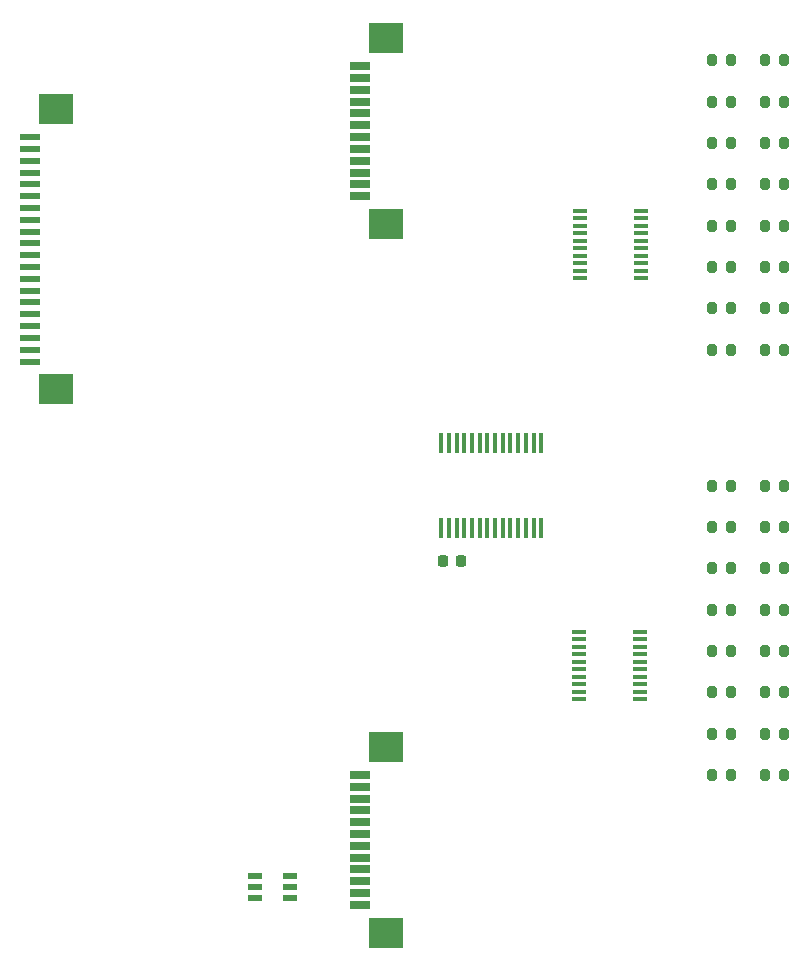
<source format=gbr>
%TF.GenerationSoftware,KiCad,Pcbnew,9.0.2*%
%TF.CreationDate,2025-06-28T19:08:47+03:00*%
%TF.ProjectId,PMCNV-DI16sink,504d434e-562d-4444-9931-3673696e6b2e,rev?*%
%TF.SameCoordinates,Original*%
%TF.FileFunction,Paste,Top*%
%TF.FilePolarity,Positive*%
%FSLAX46Y46*%
G04 Gerber Fmt 4.6, Leading zero omitted, Abs format (unit mm)*
G04 Created by KiCad (PCBNEW 9.0.2) date 2025-06-28 19:08:47*
%MOMM*%
%LPD*%
G01*
G04 APERTURE LIST*
G04 Aperture macros list*
%AMRoundRect*
0 Rectangle with rounded corners*
0 $1 Rounding radius*
0 $2 $3 $4 $5 $6 $7 $8 $9 X,Y pos of 4 corners*
0 Add a 4 corners polygon primitive as box body*
4,1,4,$2,$3,$4,$5,$6,$7,$8,$9,$2,$3,0*
0 Add four circle primitives for the rounded corners*
1,1,$1+$1,$2,$3*
1,1,$1+$1,$4,$5*
1,1,$1+$1,$6,$7*
1,1,$1+$1,$8,$9*
0 Add four rect primitives between the rounded corners*
20,1,$1+$1,$2,$3,$4,$5,0*
20,1,$1+$1,$4,$5,$6,$7,0*
20,1,$1+$1,$6,$7,$8,$9,0*
20,1,$1+$1,$8,$9,$2,$3,0*%
G04 Aperture macros list end*
%ADD10R,3.000000X2.600000*%
%ADD11R,1.800000X0.600000*%
%ADD12RoundRect,0.200000X-0.200000X-0.275000X0.200000X-0.275000X0.200000X0.275000X-0.200000X0.275000X0*%
%ADD13R,1.181100X0.558800*%
%ADD14R,1.200000X0.400000*%
%ADD15RoundRect,0.225000X0.225000X0.250000X-0.225000X0.250000X-0.225000X-0.250000X0.225000X-0.250000X0*%
%ADD16R,0.431800X1.655601*%
%ADD17R,1.803400X0.635000*%
%ADD18R,2.997200X2.590800*%
G04 APERTURE END LIST*
D10*
%TO.C,JM1*%
X-34375000Y31850000D03*
X-34375000Y8150000D03*
D11*
X-36546000Y29500000D03*
X-36546000Y28500000D03*
X-36546000Y27500000D03*
X-36546000Y26500000D03*
X-36546000Y25500000D03*
X-36546000Y24500000D03*
X-36546000Y23500000D03*
X-36546000Y22500000D03*
X-36546000Y21500000D03*
X-36546000Y20500000D03*
X-36546000Y19500000D03*
X-36546000Y18500000D03*
X-36546000Y17500000D03*
X-36546000Y16500000D03*
X-36546000Y15500000D03*
X-36546000Y14500000D03*
X-36546000Y13500000D03*
X-36546000Y12500000D03*
X-36546000Y11500000D03*
X-36546000Y10500000D03*
%TD*%
D12*
%TO.C,R31*%
X25675000Y-21000000D03*
X27325000Y-21000000D03*
%TD*%
D13*
%TO.C,U4*%
X-17466850Y-33049999D03*
X-17466850Y-34000000D03*
X-17466850Y-34950001D03*
X-14533150Y-34950001D03*
X-14533150Y-34000000D03*
X-14533150Y-33049999D03*
%TD*%
D12*
%TO.C,R16*%
X25675000Y11500000D03*
X27325000Y11500000D03*
%TD*%
%TO.C,R13*%
X21175000Y15000000D03*
X22825000Y15000000D03*
%TD*%
%TO.C,R18*%
X21175000Y-3500000D03*
X22825000Y-3500000D03*
%TD*%
%TO.C,R28*%
X25675000Y-10500000D03*
X27325000Y-10500000D03*
%TD*%
D14*
%TO.C,U5*%
X15200000Y17550000D03*
X15200000Y18185000D03*
X15200000Y18820000D03*
X15200000Y19455000D03*
X15200000Y20090000D03*
X15200000Y20725000D03*
X15200000Y21360000D03*
X15200000Y21995000D03*
X15200000Y22630000D03*
X15200000Y23265000D03*
X10000000Y23265000D03*
X10000000Y22630000D03*
X10000000Y21995000D03*
X10000000Y21360000D03*
X10000000Y20725000D03*
X10000000Y20090000D03*
X10000000Y19455000D03*
X10000000Y18820000D03*
X10000000Y18185000D03*
X10000000Y17550000D03*
%TD*%
D12*
%TO.C,R4*%
X25675000Y32500000D03*
X27325000Y32500000D03*
%TD*%
%TO.C,R24*%
X21175000Y-24500000D03*
X22825000Y-24500000D03*
%TD*%
%TO.C,R23*%
X21175000Y-21000000D03*
X22825000Y-21000000D03*
%TD*%
%TO.C,R11*%
X21175000Y18500000D03*
X22825000Y18500000D03*
%TD*%
%TO.C,R2*%
X25675000Y36000000D03*
X27325000Y36000000D03*
%TD*%
D15*
%TO.C,C1*%
X-20000Y-6350000D03*
X-1570000Y-6350000D03*
%TD*%
D12*
%TO.C,R20*%
X21175000Y-10500000D03*
X22825000Y-10500000D03*
%TD*%
D16*
%TO.C,U1*%
X6745000Y3627801D03*
X6094999Y3627801D03*
X5445000Y3627801D03*
X4794999Y3627801D03*
X4145001Y3627801D03*
X3494999Y3627801D03*
X2845001Y3627801D03*
X2195002Y3627801D03*
X1545001Y3627801D03*
X895002Y3627801D03*
X245001Y3627801D03*
X-404998Y3627801D03*
X-1054999Y3627801D03*
X-1704998Y3627801D03*
X-1705000Y-3627801D03*
X-1054999Y-3627801D03*
X-405000Y-3627801D03*
X245001Y-3627801D03*
X894999Y-3627801D03*
X1545001Y-3627801D03*
X2194999Y-3627801D03*
X2845001Y-3627801D03*
X3494999Y-3627801D03*
X4145001Y-3627801D03*
X4794999Y-3627801D03*
X5445000Y-3627801D03*
X6094999Y-3627801D03*
X6745000Y-3627801D03*
%TD*%
D12*
%TO.C,R5*%
X21175000Y29000000D03*
X22825000Y29000000D03*
%TD*%
D17*
%TO.C,J12*%
X-8556000Y24500008D03*
X-8556000Y25500006D03*
X-8556000Y26500004D03*
X-8556000Y27500002D03*
X-8556000Y28500000D03*
X-8556000Y29500000D03*
X-8556000Y30500000D03*
X-8556000Y31500000D03*
X-8556000Y32499998D03*
X-8556000Y33499996D03*
X-8556000Y34499994D03*
X-8556000Y35499992D03*
D18*
X-6385999Y22149997D03*
X-6385999Y37850003D03*
%TD*%
D12*
%TO.C,R3*%
X21175000Y32500000D03*
X22825000Y32500000D03*
%TD*%
%TO.C,R26*%
X25675000Y-3500000D03*
X27325000Y-3500000D03*
%TD*%
%TO.C,R7*%
X21175000Y25500000D03*
X22825000Y25500000D03*
%TD*%
%TO.C,R17*%
X21175000Y0D03*
X22825000Y0D03*
%TD*%
%TO.C,R32*%
X25675000Y-24500000D03*
X27325000Y-24500000D03*
%TD*%
%TO.C,R8*%
X25675000Y25500000D03*
X27325000Y25500000D03*
%TD*%
%TO.C,R30*%
X25675000Y-17500000D03*
X27325000Y-17500000D03*
%TD*%
%TO.C,R6*%
X25675000Y29000000D03*
X27325000Y29000000D03*
%TD*%
%TO.C,R1*%
X21175000Y36000000D03*
X22825000Y36000000D03*
%TD*%
%TO.C,R22*%
X21175000Y-17500000D03*
X22825000Y-17500000D03*
%TD*%
D17*
%TO.C,J2*%
X-8556000Y-35499992D03*
X-8556000Y-34499994D03*
X-8556000Y-33499996D03*
X-8556000Y-32499998D03*
X-8556000Y-31500000D03*
X-8556000Y-30500000D03*
X-8556000Y-29500000D03*
X-8556000Y-28500000D03*
X-8556000Y-27500002D03*
X-8556000Y-26500004D03*
X-8556000Y-25500006D03*
X-8556000Y-24500008D03*
D18*
X-6385999Y-37850003D03*
X-6385999Y-22149997D03*
%TD*%
D12*
%TO.C,R10*%
X25675000Y22000000D03*
X27325000Y22000000D03*
%TD*%
%TO.C,R14*%
X25675000Y15000000D03*
X27325000Y15000000D03*
%TD*%
D14*
%TO.C,U3*%
X15140000Y-18097500D03*
X15140000Y-17462500D03*
X15140000Y-16827500D03*
X15140000Y-16192500D03*
X15140000Y-15557500D03*
X15140000Y-14922500D03*
X15140000Y-14287500D03*
X15140000Y-13652500D03*
X15140000Y-13017500D03*
X15140000Y-12382500D03*
X9940000Y-12382500D03*
X9940000Y-13017500D03*
X9940000Y-13652500D03*
X9940000Y-14287500D03*
X9940000Y-14922500D03*
X9940000Y-15557500D03*
X9940000Y-16192500D03*
X9940000Y-16827500D03*
X9940000Y-17462500D03*
X9940000Y-18097500D03*
%TD*%
D12*
%TO.C,R12*%
X25675000Y18500000D03*
X27325000Y18500000D03*
%TD*%
%TO.C,R9*%
X21175000Y22000000D03*
X22825000Y22000000D03*
%TD*%
%TO.C,R19*%
X21175000Y-7000000D03*
X22825000Y-7000000D03*
%TD*%
%TO.C,R27*%
X25675000Y-7000000D03*
X27325000Y-7000000D03*
%TD*%
%TO.C,R25*%
X25675000Y0D03*
X27325000Y0D03*
%TD*%
%TO.C,R21*%
X21175000Y-14000000D03*
X22825000Y-14000000D03*
%TD*%
%TO.C,R29*%
X25675000Y-14000000D03*
X27325000Y-14000000D03*
%TD*%
%TO.C,R15*%
X21175000Y11500000D03*
X22825000Y11500000D03*
%TD*%
M02*

</source>
